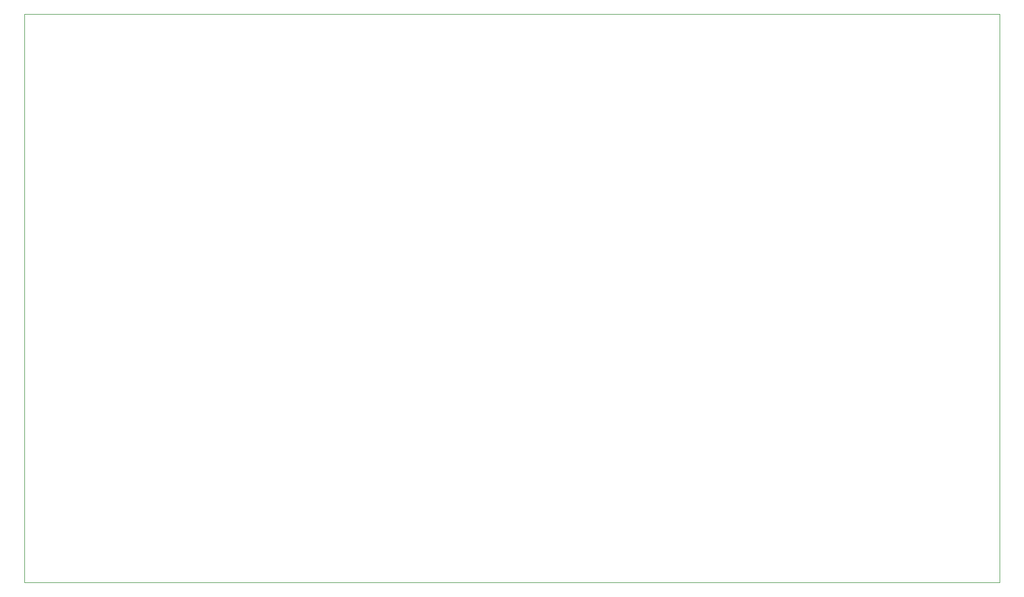
<source format=gm1>
G04 #@! TF.GenerationSoftware,KiCad,Pcbnew,(5.1.2-1)-1*
G04 #@! TF.CreationDate,2019-05-07T23:35:31-07:00*
G04 #@! TF.ProjectId,control_board,636f6e74-726f-46c5-9f62-6f6172642e6b,rev?*
G04 #@! TF.SameCoordinates,Original*
G04 #@! TF.FileFunction,Profile,NP*
%FSLAX46Y46*%
G04 Gerber Fmt 4.6, Leading zero omitted, Abs format (unit mm)*
G04 Created by KiCad (PCBNEW (5.1.2-1)-1) date 2019-05-07 23:35:31*
%MOMM*%
%LPD*%
G04 APERTURE LIST*
%ADD10C,0.050000*%
G04 APERTURE END LIST*
D10*
X73660000Y-48260000D02*
X226060000Y-48260000D01*
X73660000Y-137160000D02*
X73660000Y-48260000D01*
X226060000Y-137160000D02*
X73660000Y-137160000D01*
X226060000Y-48260000D02*
X226060000Y-137160000D01*
M02*

</source>
